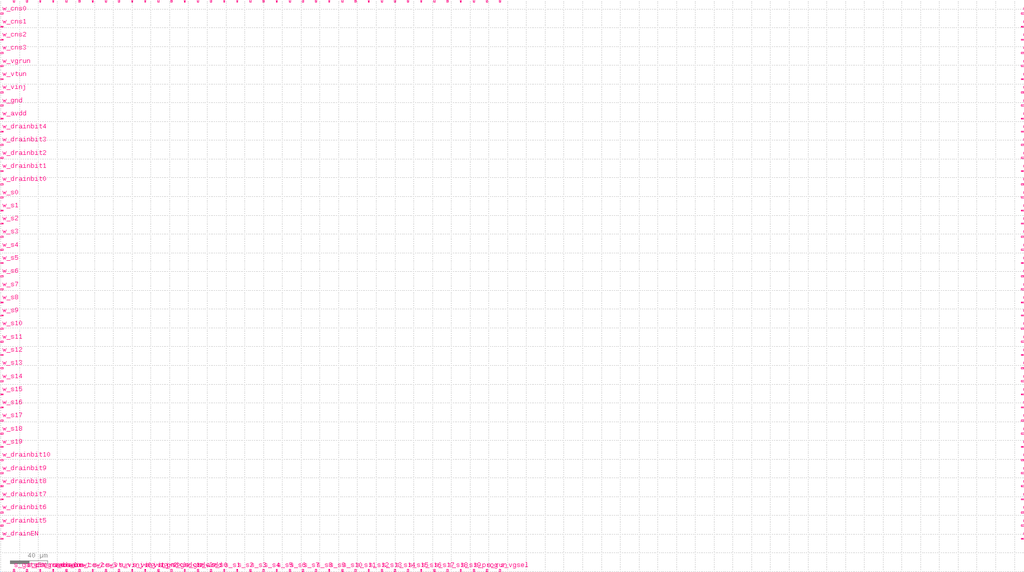
<source format=lef>
VERSION 5.5 ;
NAMESCASESENSITIVE ON ;
BUSBITCHARS "[]" ;
DIVIDERCHAR "/" ;

PROPERTYDEFINITIONS
  LAYER routingPitch REAL ;
END PROPERTYDEFINITIONS

UNITS
  DATABASE MICRONS 1000 ;
END UNITS
MANUFACTURINGGRID 0.01 ;
LAYER POLY1
  TYPE MASTERSLICE ;
END POLY1

LAYER CONT
  TYPE CUT ;
  SPACING 0.4 ;
END CONT

LAYER METAL1
  TYPE ROUTING ;
  DIRECTION HORIZONTAL ;
  PITCH 0 ;
  WIDTH 0.5 ;
  SPACING 0.45 ;
  PROPERTY routingPitch 1.25 ;
END METAL1

LAYER VIA12
  TYPE CUT ;
  SPACING 0.45 ;
END VIA12

LAYER METAL2
  TYPE ROUTING ;
  DIRECTION VERTICAL ;
  PITCH 0 ;
  WIDTH 0.6 ;
  SPACING 0.5 ;
  PROPERTY routingPitch 1.4 ;
END METAL2

LAYER VIA23
  TYPE CUT ;
  SPACING 0.45 ;
END VIA23

LAYER METAL3
  TYPE ROUTING ;
  DIRECTION HORIZONTAL ;
  PITCH 0 ;
  WIDTH 0.6 ;
  SPACING 0.5 ;
  PROPERTY routingPitch 1.25 ;
END METAL3

LAYER VIA34
  TYPE CUT ;
  SPACING 0.45 ;
END VIA34

LAYER METAL4
  TYPE ROUTING ;
  DIRECTION VERTICAL ;
  PITCH 0 ;
  WIDTH 0.6 ;
  SPACING 0.6 ;
  PROPERTY routingPitch 1.4 ;
END METAL4

LAYER OVERLAP
  TYPE OVERLAP ;
END OVERLAP

VIARULE M4_M3 GENERATE
  LAYER METAL3 ;
    ENCLOSURE 0.2 0.2 ;
  LAYER METAL4 ;
    ENCLOSURE 0.15 0.15 ;
  LAYER VIA34 ;
    RECT -0.25 -0.25 0.25 0.25 ;
    SPACING 1 BY 1 ;
END M4_M3

VIARULE M3_M2 GENERATE
  LAYER METAL2 ;
    ENCLOSURE 0.2 0.2 ;
  LAYER METAL3 ;
    ENCLOSURE 0.15 0.15 ;
  LAYER VIA23 ;
    RECT -0.25 -0.25 0.25 0.25 ;
    SPACING 1 BY 1 ;
END M3_M2

VIARULE M2_M1 GENERATE
  LAYER METAL1 ;
    ENCLOSURE 0.2 0.2 ;
  LAYER METAL2 ;
    ENCLOSURE 0.15 0.15 ;
  LAYER VIA12 ;
    RECT -0.25 -0.25 0.25 0.25 ;
    SPACING 1 BY 1 ;
END M2_M1

VIARULE M1_POLY1 GENERATE
  LAYER POLY1 ;
    ENCLOSURE 0.2 0.2 ;
  LAYER METAL1 ;
    ENCLOSURE 0.15 0.15 ;
  LAYER CONT ;
    RECT -0.2 -0.2 0.2 0.2 ;
    SPACING 1 BY 1 ;
END M1_POLY1

VIA M1_POLY1
  LAYER CONT ;
    RECT -0.2 -0.2 0.2 0.2 ;
  LAYER POLY1 ;
    RECT -0.4 -0.4 0.4 0.4 ;
  LAYER METAL1 ;
    RECT -0.35 -0.35 0.35 0.35 ;
END M1_POLY1

VIA M2_M1
  LAYER VIA12 ;
    RECT -0.25 -0.25 0.25 0.25 ;
  LAYER METAL2 ;
    RECT -0.4 -0.4 0.4 0.4 ;
  LAYER METAL1 ;
    RECT -0.45 -0.45 0.45 0.45 ;
END M2_M1

VIA M3_M2
  LAYER VIA23 ;
    RECT -0.25 -0.25 0.25 0.25 ;
  LAYER METAL3 ;
    RECT -0.4 -0.4 0.4 0.4 ;
  LAYER METAL2 ;
    RECT -0.45 -0.45 0.45 0.45 ;
END M3_M2

VIA M4_M3
  LAYER VIA34 ;
    RECT -0.25 -0.25 0.25 0.25 ;
  LAYER METAL4 ;
    RECT -0.4 -0.4 0.4 0.4 ;
  LAYER METAL3 ;
    RECT -0.45 -0.45 0.45 0.45 ;
END M4_M3


MACRO cab2
  PIN n_gateEN
    DIRECTION INOUT ;
    USE SIGNAL ;
    PORT
      LAYER METAL3 ;
        RECT 13.3 607.09 14.7 609.89 ;
    END
  END n_gateEN
  PIN n_programdrain
    DIRECTION INOUT ;
    USE SIGNAL ;
    PORT
      LAYER METAL3 ;
        RECT 27.3 607.09 28.7 609.89 ;
    END
  END n_programdrain
  PIN n_rundrain
    DIRECTION INOUT ;
    USE SIGNAL ;
    PORT
      LAYER METAL3 ;
        RECT 41.3 607.09 42.7 609.89 ;
    END
  END n_rundrain
  PIN n_cew0
    DIRECTION INOUT ;
    USE SIGNAL ;
    PORT
      LAYER METAL3 ;
        RECT 55.3 607.09 56.7 609.89 ;
    END
  END n_cew0
  PIN n_cew1
    DIRECTION INOUT ;
    USE SIGNAL ;
    PORT
      LAYER METAL3 ;
        RECT 69.3 607.09 70.7 609.89 ;
    END
  END n_cew1
  PIN n_cew2
    DIRECTION INOUT ;
    USE SIGNAL ;
    PORT
      LAYER METAL3 ;
        RECT 83.3 607.09 84.7 609.89 ;
    END
  END n_cew2
  PIN n_cew3
    DIRECTION INOUT ;
    USE SIGNAL ;
    PORT
      LAYER METAL3 ;
        RECT 97.3 607.09 98.7 609.89 ;
    END
  END n_cew3
  PIN n_vtun
    DIRECTION INOUT ;
    USE SIGNAL ;
    PORT
      LAYER METAL3 ;
        RECT 111.3 607.09 112.7 609.89 ;
    END
  END n_vtun
  PIN n_vinj<0>
    DIRECTION INOUT ;
    USE SIGNAL ;
    PORT
      LAYER METAL3 ;
        RECT 125.3 607.09 126.7 609.89 ;
    END
  END n_vinj<0>
  PIN n_vinj<1>
    DIRECTION INOUT ;
    USE SIGNAL ;
    PORT
      LAYER METAL3 ;
        RECT 139.3 607.09 140.7 609.89 ;
    END
  END n_vinj<1>
  PIN n_vinj<2>
    DIRECTION INOUT ;
    USE SIGNAL ;
    PORT
      LAYER METAL3 ;
        RECT 153.3 607.09 154.7 609.89 ;
    END
  END n_vinj<2>
  PIN n_gnd<0>
    DIRECTION INOUT ;
    USE SIGNAL ;
    PORT
      LAYER METAL3 ;
        RECT 167.3 607.09 168.7 609.89 ;
    END
  END n_gnd<0>
  PIN n_gnd<1>
    DIRECTION INOUT ;
    USE SIGNAL ;
    PORT
      LAYER METAL3 ;
        RECT 181.3 607.09 182.7 609.89 ;
    END
  END n_gnd<1>
  PIN n_gnd<2>
    DIRECTION INOUT ;
    USE SIGNAL ;
    PORT
      LAYER METAL3 ;
        RECT 195.3 607.09 196.7 609.89 ;
    END
  END n_gnd<2>
  PIN n_avdd
    DIRECTION INOUT ;
    USE SIGNAL ;
    PORT
      LAYER METAL3 ;
        RECT 209.3 607.09 210.7 609.89 ;
    END
  END n_avdd
  PIN n_s0
    DIRECTION INOUT ;
    USE SIGNAL ;
    PORT
      LAYER METAL3 ;
        RECT 223.3 607.09 224.7 609.89 ;
    END
  END n_s0
  PIN n_s1
    DIRECTION INOUT ;
    USE SIGNAL ;
    PORT
      LAYER METAL3 ;
        RECT 237.3 607.09 238.7 609.89 ;
    END
  END n_s1
  PIN n_s2
    DIRECTION INOUT ;
    USE SIGNAL ;
    PORT
      LAYER METAL3 ;
        RECT 251.3 607.09 252.7 609.89 ;
    END
  END n_s2
  PIN n_s3
    DIRECTION INOUT ;
    USE SIGNAL ;
    PORT
      LAYER METAL3 ;
        RECT 265.3 607.09 266.7 609.89 ;
    END
  END n_s3
  PIN n_s4
    DIRECTION INOUT ;
    USE SIGNAL ;
    PORT
      LAYER METAL3 ;
        RECT 279.3 607.09 280.7 609.89 ;
    END
  END n_s4
  PIN n_s5
    DIRECTION INOUT ;
    USE SIGNAL ;
    PORT
      LAYER METAL3 ;
        RECT 293.3 607.09 294.7 609.89 ;
    END
  END n_s5
  PIN n_s6
    DIRECTION INOUT ;
    USE SIGNAL ;
    PORT
      LAYER METAL3 ;
        RECT 307.3 607.09 308.7 609.89 ;
    END
  END n_s6
  PIN n_s7
    DIRECTION INOUT ;
    USE SIGNAL ;
    PORT
      LAYER METAL3 ;
        RECT 321.3 607.09 322.7 609.89 ;
    END
  END n_s7
  PIN n_s8
    DIRECTION INOUT ;
    USE SIGNAL ;
    PORT
      LAYER METAL3 ;
        RECT 335.3 607.09 336.7 609.89 ;
    END
  END n_s8
  PIN n_s9
    DIRECTION INOUT ;
    USE SIGNAL ;
    PORT
      LAYER METAL3 ;
        RECT 349.3 607.09 350.7 609.89 ;
    END
  END n_s9
  PIN n_s10
    DIRECTION INOUT ;
    USE SIGNAL ;
    PORT
      LAYER METAL3 ;
        RECT 363.3 607.09 364.7 609.89 ;
    END
  END n_s10
  PIN n_s11
    DIRECTION INOUT ;
    USE SIGNAL ;
    PORT
      LAYER METAL3 ;
        RECT 377.3 607.09 378.7 609.89 ;
    END
  END n_s11
  PIN n_s12
    DIRECTION INOUT ;
    USE SIGNAL ;
    PORT
      LAYER METAL3 ;
        RECT 391.3 607.09 392.7 609.89 ;
    END
  END n_s12
  PIN n_s13
    DIRECTION INOUT ;
    USE SIGNAL ;
    PORT
      LAYER METAL3 ;
        RECT 405.3 607.09 406.7 609.89 ;
    END
  END n_s13
  PIN n_s14
    DIRECTION INOUT ;
    USE SIGNAL ;
    PORT
      LAYER METAL3 ;
        RECT 419.3 607.09 420.7 609.89 ;
    END
  END n_s14
  PIN n_s15
    DIRECTION INOUT ;
    USE SIGNAL ;
    PORT
      LAYER METAL3 ;
        RECT 433.3 607.09 434.7 609.89 ;
    END
  END n_s15
  PIN n_s16
    DIRECTION INOUT ;
    USE SIGNAL ;
    PORT
      LAYER METAL3 ;
        RECT 447.3 607.09 448.7 609.89 ;
    END
  END n_s16
  PIN n_s17
    DIRECTION INOUT ;
    USE SIGNAL ;
    PORT
      LAYER METAL3 ;
        RECT 461.3 607.09 462.7 609.89 ;
    END
  END n_s17
  PIN n_s18
    DIRECTION INOUT ;
    USE SIGNAL ;
    PORT
      LAYER METAL3 ;
        RECT 475.3 607.09 476.7 609.89 ;
    END
  END n_s18
  PIN n_s19
    DIRECTION INOUT ;
    USE SIGNAL ;
    PORT
      LAYER METAL3 ;
        RECT 489.3 607.09 490.7 609.89 ;
    END
  END n_s19
  PIN n_prog
    DIRECTION INOUT ;
    USE SIGNAL ;
    PORT
      LAYER METAL3 ;
        RECT 503.3 607.09 504.7 609.89 ;
    END
  END n_prog
  PIN n_run
    DIRECTION INOUT ;
    USE SIGNAL ;
    PORT
      LAYER METAL3 ;
        RECT 517.3 607.09 518.7 609.89 ;
    END
  END n_run
  PIN n_vgsel
    DIRECTION INOUT ;
    USE SIGNAL ;
    PORT
      LAYER METAL3 ;
        RECT 531.3 607.09 532.7 609.89 ;
    END
  END n_vgsel
  PIN e_cns0
    DIRECTION INOUT ;
    USE SIGNAL ;
    PORT
      LAYER METAL3 ;
        RECT 1087.36 594.49 1090.16 595.89 ;
    END
  END e_cns0
  PIN e_cns1
    DIRECTION INOUT ;
    USE SIGNAL ;
    PORT
      LAYER METAL3 ;
        RECT 1087.36 580.49 1090.16 581.89 ;
    END
  END e_cns1
  PIN e_cns2
    DIRECTION INOUT ;
    USE SIGNAL ;
    PORT
      LAYER METAL3 ;
        RECT 1087.36 566.49 1090.16 567.89 ;
    END
  END e_cns2
  PIN e_cns3
    DIRECTION INOUT ;
    USE SIGNAL ;
    PORT
      LAYER METAL3 ;
        RECT 1087.36 552.49 1090.16 553.89 ;
    END
  END e_cns3
  PIN e_vgrun
    DIRECTION INOUT ;
    USE SIGNAL ;
    PORT
      LAYER METAL3 ;
        RECT 1087.36 538.49 1090.16 539.89 ;
    END
  END e_vgrun
  PIN e_vtun
    DIRECTION INOUT ;
    USE SIGNAL ;
    PORT
      LAYER METAL3 ;
        RECT 1087.36 524.49 1090.16 525.89 ;
    END
  END e_vtun
  PIN e_vinj
    DIRECTION INOUT ;
    USE SIGNAL ;
    PORT
      LAYER METAL3 ;
        RECT 1087.36 510.49 1090.16 511.89 ;
    END
  END e_vinj
  PIN e_gnd
    DIRECTION INOUT ;
    USE SIGNAL ;
    PORT
      LAYER METAL3 ;
        RECT 1087.36 496.49 1090.16 497.89 ;
    END
  END e_gnd
  PIN e_avdd
    DIRECTION INOUT ;
    USE SIGNAL ;
    PORT
      LAYER METAL3 ;
        RECT 1087.36 482.49 1090.16 483.89 ;
    END
  END e_avdd
  PIN e_drainbit4
    DIRECTION INOUT ;
    USE SIGNAL ;
    PORT
      LAYER METAL3 ;
        RECT 1087.36 468.49 1090.16 469.89 ;
    END
  END e_drainbit4
  PIN e_drainbit3
    DIRECTION INOUT ;
    USE SIGNAL ;
    PORT
      LAYER METAL3 ;
        RECT 1087.36 454.49 1090.16 455.89 ;
    END
  END e_drainbit3
  PIN e_drainbit2
    DIRECTION INOUT ;
    USE SIGNAL ;
    PORT
      LAYER METAL3 ;
        RECT 1087.36 440.49 1090.16 441.89 ;
    END
  END e_drainbit2
  PIN e_drainbit1
    DIRECTION INOUT ;
    USE SIGNAL ;
    PORT
      LAYER METAL3 ;
        RECT 1087.36 426.49 1090.16 427.89 ;
    END
  END e_drainbit1
  PIN e_drainbit0
    DIRECTION INOUT ;
    USE SIGNAL ;
    PORT
      LAYER METAL3 ;
        RECT 1087.36 412.49 1090.16 413.89 ;
    END
  END e_drainbit0
  PIN e_s0
    DIRECTION INOUT ;
    USE SIGNAL ;
    PORT
      LAYER METAL3 ;
        RECT 1087.36 398.49 1090.16 399.89 ;
    END
  END e_s0
  PIN e_s1
    DIRECTION INOUT ;
    USE SIGNAL ;
    PORT
      LAYER METAL3 ;
        RECT 1087.36 384.49 1090.16 385.89 ;
    END
  END e_s1
  PIN e_s2
    DIRECTION INOUT ;
    USE SIGNAL ;
    PORT
      LAYER METAL3 ;
        RECT 1087.36 370.49 1090.16 371.89 ;
    END
  END e_s2
  PIN e_s3
    DIRECTION INOUT ;
    USE SIGNAL ;
    PORT
      LAYER METAL3 ;
        RECT 1087.36 356.49 1090.16 357.89 ;
    END
  END e_s3
  PIN e_s4
    DIRECTION INOUT ;
    USE SIGNAL ;
    PORT
      LAYER METAL3 ;
        RECT 1087.36 342.49 1090.16 343.89 ;
    END
  END e_s4
  PIN e_s5
    DIRECTION INOUT ;
    USE SIGNAL ;
    PORT
      LAYER METAL3 ;
        RECT 1087.36 328.49 1090.16 329.89 ;
    END
  END e_s5
  PIN e_s6
    DIRECTION INOUT ;
    USE SIGNAL ;
    PORT
      LAYER METAL3 ;
        RECT 1087.36 314.49 1090.16 315.89 ;
    END
  END e_s6
  PIN e_s7
    DIRECTION INOUT ;
    USE SIGNAL ;
    PORT
      LAYER METAL3 ;
        RECT 1087.36 300.49 1090.16 301.89 ;
    END
  END e_s7
  PIN e_s8
    DIRECTION INOUT ;
    USE SIGNAL ;
    PORT
      LAYER METAL3 ;
        RECT 1087.36 286.49 1090.16 287.89 ;
    END
  END e_s8
  PIN e_s9
    DIRECTION INOUT ;
    USE SIGNAL ;
    PORT
      LAYER METAL3 ;
        RECT 1087.36 272.49 1090.16 273.89 ;
    END
  END e_s9
  PIN e_s10
    DIRECTION INOUT ;
    USE SIGNAL ;
    PORT
      LAYER METAL3 ;
        RECT 1087.36 258.49 1090.16 259.89 ;
    END
  END e_s10
  PIN e_s11
    DIRECTION INOUT ;
    USE SIGNAL ;
    PORT
      LAYER METAL3 ;
        RECT 1087.36 244.49 1090.16 245.89 ;
    END
  END e_s11
  PIN e_s12
    DIRECTION INOUT ;
    USE SIGNAL ;
    PORT
      LAYER METAL3 ;
        RECT 1087.36 230.49 1090.16 231.89 ;
    END
  END e_s12
  PIN e_s13
    DIRECTION INOUT ;
    USE SIGNAL ;
    PORT
      LAYER METAL3 ;
        RECT 1087.36 216.49 1090.16 217.89 ;
    END
  END e_s13
  PIN e_s14
    DIRECTION INOUT ;
    USE SIGNAL ;
    PORT
      LAYER METAL3 ;
        RECT 1087.36 202.49 1090.16 203.89 ;
    END
  END e_s14
  PIN e_s15
    DIRECTION INOUT ;
    USE SIGNAL ;
    PORT
      LAYER METAL3 ;
        RECT 1087.36 188.49 1090.16 189.89 ;
    END
  END e_s15
  PIN e_s16
    DIRECTION INOUT ;
    USE SIGNAL ;
    PORT
      LAYER METAL3 ;
        RECT 1087.36 174.49 1090.16 175.89 ;
    END
  END e_s16
  PIN e_s17
    DIRECTION INOUT ;
    USE SIGNAL ;
    PORT
      LAYER METAL3 ;
        RECT 1087.36 160.49 1090.16 161.89 ;
    END
  END e_s17
  PIN e_s18
    DIRECTION INOUT ;
    USE SIGNAL ;
    PORT
      LAYER METAL3 ;
        RECT 1087.36 146.49 1090.16 147.89 ;
    END
  END e_s18
  PIN e_s19
    DIRECTION INOUT ;
    USE SIGNAL ;
    PORT
      LAYER METAL3 ;
        RECT 1087.36 132.49 1090.16 133.89 ;
    END
  END e_s19
  PIN e_drainbit10
    DIRECTION INOUT ;
    USE SIGNAL ;
    PORT
      LAYER METAL3 ;
        RECT 1087.36 118.49 1090.16 119.89 ;
    END
  END e_drainbit10
  PIN e_drainbit9
    DIRECTION INOUT ;
    USE SIGNAL ;
    PORT
      LAYER METAL3 ;
        RECT 1087.36 104.49 1090.16 105.89 ;
    END
  END e_drainbit9
  PIN e_drainbit8
    DIRECTION INOUT ;
    USE SIGNAL ;
    PORT
      LAYER METAL3 ;
        RECT 1087.36 90.49 1090.16 91.89 ;
    END
  END e_drainbit8
  PIN e_drainbit7
    DIRECTION INOUT ;
    USE SIGNAL ;
    PORT
      LAYER METAL3 ;
        RECT 1087.36 76.49 1090.16 77.89 ;
    END
  END e_drainbit7
  PIN e_drainbit6
    DIRECTION INOUT ;
    USE SIGNAL ;
    PORT
      LAYER METAL3 ;
        RECT 1087.36 62.49 1090.16 63.89 ;
    END
  END e_drainbit6
  PIN e_drainbit5
    DIRECTION INOUT ;
    USE SIGNAL ;
    PORT
      LAYER METAL3 ;
        RECT 1087.36 48.49 1090.16 49.89 ;
    END
  END e_drainbit5
  PIN e_drainEN
    DIRECTION INOUT ;
    USE SIGNAL ;
    PORT
      LAYER METAL3 ;
        RECT 1087.36 34.49 1090.16 35.89 ;
    END
  END e_drainEN
  PIN s_gateEN
    DIRECTION INOUT ;
    USE SIGNAL ;
    PORT
      LAYER METAL3 ;
        RECT 13.3 0.0 14.7 2.8 ;
    END
  END s_gateEN
  PIN s_programdrain
    DIRECTION INOUT ;
    USE SIGNAL ;
    PORT
      LAYER METAL3 ;
        RECT 27.3 0.0 28.7 2.8 ;
    END
  END s_programdrain
  PIN s_rundrain
    DIRECTION INOUT ;
    USE SIGNAL ;
    PORT
      LAYER METAL3 ;
        RECT 41.3 0.0 42.7 2.8 ;
    END
  END s_rundrain
  PIN s_cew0
    DIRECTION INOUT ;
    USE SIGNAL ;
    PORT
      LAYER METAL3 ;
        RECT 55.3 0.0 56.7 2.8 ;
    END
  END s_cew0
  PIN s_cew1
    DIRECTION INOUT ;
    USE SIGNAL ;
    PORT
      LAYER METAL3 ;
        RECT 69.3 0.0 70.7 2.8 ;
    END
  END s_cew1
  PIN s_cew2
    DIRECTION INOUT ;
    USE SIGNAL ;
    PORT
      LAYER METAL3 ;
        RECT 83.3 0.0 84.7 2.8 ;
    END
  END s_cew2
  PIN s_cew3
    DIRECTION INOUT ;
    USE SIGNAL ;
    PORT
      LAYER METAL3 ;
        RECT 97.3 0.0 98.7 2.8 ;
    END
  END s_cew3
  PIN s_vtun
    DIRECTION INOUT ;
    USE SIGNAL ;
    PORT
      LAYER METAL3 ;
        RECT 111.3 0.0 112.7 2.8 ;
    END
  END s_vtun
  PIN s_vinj<0>
    DIRECTION INOUT ;
    USE SIGNAL ;
    PORT
      LAYER METAL3 ;
        RECT 125.3 0.0 126.7 2.8 ;
    END
  END s_vinj<0>
  PIN s_vinj<1>
    DIRECTION INOUT ;
    USE SIGNAL ;
    PORT
      LAYER METAL3 ;
        RECT 139.3 0.0 140.7 2.8 ;
    END
  END s_vinj<1>
  PIN s_vinj<2>
    DIRECTION INOUT ;
    USE SIGNAL ;
    PORT
      LAYER METAL3 ;
        RECT 153.3 0.0 154.7 2.8 ;
    END
  END s_vinj<2>
  PIN s_gnd<0>
    DIRECTION INOUT ;
    USE SIGNAL ;
    PORT
      LAYER METAL3 ;
        RECT 167.3 0.0 168.7 2.8 ;
    END
  END s_gnd<0>
  PIN s_gnd<1>
    DIRECTION INOUT ;
    USE SIGNAL ;
    PORT
      LAYER METAL3 ;
        RECT 181.3 0.0 182.7 2.8 ;
    END
  END s_gnd<1>
  PIN s_gnd<2>
    DIRECTION INOUT ;
    USE SIGNAL ;
    PORT
      LAYER METAL3 ;
        RECT 195.3 0.0 196.7 2.8 ;
    END
  END s_gnd<2>
  PIN s_avdd
    DIRECTION INOUT ;
    USE SIGNAL ;
    PORT
      LAYER METAL3 ;
        RECT 209.3 0.0 210.7 2.8 ;
    END
  END s_avdd
  PIN s_s0
    DIRECTION INOUT ;
    USE SIGNAL ;
    PORT
      LAYER METAL3 ;
        RECT 223.3 0.0 224.7 2.8 ;
    END
  END s_s0
  PIN s_s1
    DIRECTION INOUT ;
    USE SIGNAL ;
    PORT
      LAYER METAL3 ;
        RECT 237.3 0.0 238.7 2.8 ;
    END
  END s_s1
  PIN s_s2
    DIRECTION INOUT ;
    USE SIGNAL ;
    PORT
      LAYER METAL3 ;
        RECT 251.3 0.0 252.7 2.8 ;
    END
  END s_s2
  PIN s_s3
    DIRECTION INOUT ;
    USE SIGNAL ;
    PORT
      LAYER METAL3 ;
        RECT 265.3 0.0 266.7 2.8 ;
    END
  END s_s3
  PIN s_s4
    DIRECTION INOUT ;
    USE SIGNAL ;
    PORT
      LAYER METAL3 ;
        RECT 279.3 0.0 280.7 2.8 ;
    END
  END s_s4
  PIN s_s5
    DIRECTION INOUT ;
    USE SIGNAL ;
    PORT
      LAYER METAL3 ;
        RECT 293.3 0.0 294.7 2.8 ;
    END
  END s_s5
  PIN s_s6
    DIRECTION INOUT ;
    USE SIGNAL ;
    PORT
      LAYER METAL3 ;
        RECT 307.3 0.0 308.7 2.8 ;
    END
  END s_s6
  PIN s_s7
    DIRECTION INOUT ;
    USE SIGNAL ;
    PORT
      LAYER METAL3 ;
        RECT 321.3 0.0 322.7 2.8 ;
    END
  END s_s7
  PIN s_s8
    DIRECTION INOUT ;
    USE SIGNAL ;
    PORT
      LAYER METAL3 ;
        RECT 335.3 0.0 336.7 2.8 ;
    END
  END s_s8
  PIN s_s9
    DIRECTION INOUT ;
    USE SIGNAL ;
    PORT
      LAYER METAL3 ;
        RECT 349.3 0.0 350.7 2.8 ;
    END
  END s_s9
  PIN s_s10
    DIRECTION INOUT ;
    USE SIGNAL ;
    PORT
      LAYER METAL3 ;
        RECT 363.3 0.0 364.7 2.8 ;
    END
  END s_s10
  PIN s_s11
    DIRECTION INOUT ;
    USE SIGNAL ;
    PORT
      LAYER METAL3 ;
        RECT 377.3 0.0 378.7 2.8 ;
    END
  END s_s11
  PIN s_s12
    DIRECTION INOUT ;
    USE SIGNAL ;
    PORT
      LAYER METAL3 ;
        RECT 391.3 0.0 392.7 2.8 ;
    END
  END s_s12
  PIN s_s13
    DIRECTION INOUT ;
    USE SIGNAL ;
    PORT
      LAYER METAL3 ;
        RECT 405.3 0.0 406.7 2.8 ;
    END
  END s_s13
  PIN s_s14
    DIRECTION INOUT ;
    USE SIGNAL ;
    PORT
      LAYER METAL3 ;
        RECT 419.3 0.0 420.7 2.8 ;
    END
  END s_s14
  PIN s_s15
    DIRECTION INOUT ;
    USE SIGNAL ;
    PORT
      LAYER METAL3 ;
        RECT 433.3 0.0 434.7 2.8 ;
    END
  END s_s15
  PIN s_s16
    DIRECTION INOUT ;
    USE SIGNAL ;
    PORT
      LAYER METAL3 ;
        RECT 447.3 0.0 448.7 2.8 ;
    END
  END s_s16
  PIN s_s17
    DIRECTION INOUT ;
    USE SIGNAL ;
    PORT
      LAYER METAL3 ;
        RECT 461.3 0.0 462.7 2.8 ;
    END
  END s_s17
  PIN s_s18
    DIRECTION INOUT ;
    USE SIGNAL ;
    PORT
      LAYER METAL3 ;
        RECT 475.3 0.0 476.7 2.8 ;
    END
  END s_s18
  PIN s_s19
    DIRECTION INOUT ;
    USE SIGNAL ;
    PORT
      LAYER METAL3 ;
        RECT 489.3 0.0 490.7 2.8 ;
    END
  END s_s19
  PIN s_prog
    DIRECTION INOUT ;
    USE SIGNAL ;
    PORT
      LAYER METAL3 ;
        RECT 503.3 0.0 504.7 2.8 ;
    END
  END s_prog
  PIN s_run
    DIRECTION INOUT ;
    USE SIGNAL ;
    PORT
      LAYER METAL3 ;
        RECT 517.3 0.0 518.7 2.8 ;
    END
  END s_run
  PIN s_vgsel
    DIRECTION INOUT ;
    USE SIGNAL ;
    PORT
      LAYER METAL3 ;
        RECT 531.3 0.0 532.7 2.8 ;
    END
  END s_vgsel
  PIN w_cns0
    DIRECTION INOUT ;
    USE SIGNAL ;
    PORT
      LAYER METAL3 ;
        RECT 0.0 594.49 2.8 595.89 ;
    END
  END w_cns0
  PIN w_cns1
    DIRECTION INOUT ;
    USE SIGNAL ;
    PORT
      LAYER METAL3 ;
        RECT 0.0 580.49 2.8 581.89 ;
    END
  END w_cns1
  PIN w_cns2
    DIRECTION INOUT ;
    USE SIGNAL ;
    PORT
      LAYER METAL3 ;
        RECT 0.0 566.49 2.8 567.89 ;
    END
  END w_cns2
  PIN w_cns3
    DIRECTION INOUT ;
    USE SIGNAL ;
    PORT
      LAYER METAL3 ;
        RECT 0.0 552.49 2.8 553.89 ;
    END
  END w_cns3
  PIN w_vgrun
    DIRECTION INOUT ;
    USE SIGNAL ;
    PORT
      LAYER METAL3 ;
        RECT 0.0 538.49 2.8 539.89 ;
    END
  END w_vgrun
  PIN w_vtun
    DIRECTION INOUT ;
    USE SIGNAL ;
    PORT
      LAYER METAL3 ;
        RECT 0.0 524.49 2.8 525.89 ;
    END
  END w_vtun
  PIN w_vinj
    DIRECTION INOUT ;
    USE SIGNAL ;
    PORT
      LAYER METAL3 ;
        RECT 0.0 510.49 2.8 511.89 ;
    END
  END w_vinj
  PIN w_gnd
    DIRECTION INOUT ;
    USE SIGNAL ;
    PORT
      LAYER METAL3 ;
        RECT 0.0 496.49 2.8 497.89 ;
    END
  END w_gnd
  PIN w_avdd
    DIRECTION INOUT ;
    USE SIGNAL ;
    PORT
      LAYER METAL3 ;
        RECT 0.0 482.49 2.8 483.89 ;
    END
  END w_avdd
  PIN w_drainbit4
    DIRECTION INOUT ;
    USE SIGNAL ;
    PORT
      LAYER METAL3 ;
        RECT 0.0 468.49 2.8 469.89 ;
    END
  END w_drainbit4
  PIN w_drainbit3
    DIRECTION INOUT ;
    USE SIGNAL ;
    PORT
      LAYER METAL3 ;
        RECT 0.0 454.49 2.8 455.89 ;
    END
  END w_drainbit3
  PIN w_drainbit2
    DIRECTION INOUT ;
    USE SIGNAL ;
    PORT
      LAYER METAL3 ;
        RECT 0.0 440.49 2.8 441.89 ;
    END
  END w_drainbit2
  PIN w_drainbit1
    DIRECTION INOUT ;
    USE SIGNAL ;
    PORT
      LAYER METAL3 ;
        RECT 0.0 426.49 2.8 427.89 ;
    END
  END w_drainbit1
  PIN w_drainbit0
    DIRECTION INOUT ;
    USE SIGNAL ;
    PORT
      LAYER METAL3 ;
        RECT 0.0 412.49 2.8 413.89 ;
    END
  END w_drainbit0
  PIN w_s0
    DIRECTION INOUT ;
    USE SIGNAL ;
    PORT
      LAYER METAL3 ;
        RECT 0.0 398.49 2.8 399.89 ;
    END
  END w_s0
  PIN w_s1
    DIRECTION INOUT ;
    USE SIGNAL ;
    PORT
      LAYER METAL3 ;
        RECT 0.0 384.49 2.8 385.89 ;
    END
  END w_s1
  PIN w_s2
    DIRECTION INOUT ;
    USE SIGNAL ;
    PORT
      LAYER METAL3 ;
        RECT 0.0 370.49 2.8 371.89 ;
    END
  END w_s2
  PIN w_s3
    DIRECTION INOUT ;
    USE SIGNAL ;
    PORT
      LAYER METAL3 ;
        RECT 0.0 356.49 2.8 357.89 ;
    END
  END w_s3
  PIN w_s4
    DIRECTION INOUT ;
    USE SIGNAL ;
    PORT
      LAYER METAL3 ;
        RECT 0.0 342.49 2.8 343.89 ;
    END
  END w_s4
  PIN w_s5
    DIRECTION INOUT ;
    USE SIGNAL ;
    PORT
      LAYER METAL3 ;
        RECT 0.0 328.49 2.8 329.89 ;
    END
  END w_s5
  PIN w_s6
    DIRECTION INOUT ;
    USE SIGNAL ;
    PORT
      LAYER METAL3 ;
        RECT 0.0 314.49 2.8 315.89 ;
    END
  END w_s6
  PIN w_s7
    DIRECTION INOUT ;
    USE SIGNAL ;
    PORT
      LAYER METAL3 ;
        RECT 0.0 300.49 2.8 301.89 ;
    END
  END w_s7
  PIN w_s8
    DIRECTION INOUT ;
    USE SIGNAL ;
    PORT
      LAYER METAL3 ;
        RECT 0.0 286.49 2.8 287.89 ;
    END
  END w_s8
  PIN w_s9
    DIRECTION INOUT ;
    USE SIGNAL ;
    PORT
      LAYER METAL3 ;
        RECT 0.0 272.49 2.8 273.89 ;
    END
  END w_s9
  PIN w_s10
    DIRECTION INOUT ;
    USE SIGNAL ;
    PORT
      LAYER METAL3 ;
        RECT 0.0 258.49 2.8 259.89 ;
    END
  END w_s10
  PIN w_s11
    DIRECTION INOUT ;
    USE SIGNAL ;
    PORT
      LAYER METAL3 ;
        RECT 0.0 244.49 2.8 245.89 ;
    END
  END w_s11
  PIN w_s12
    DIRECTION INOUT ;
    USE SIGNAL ;
    PORT
      LAYER METAL3 ;
        RECT 0.0 230.49 2.8 231.89 ;
    END
  END w_s12
  PIN w_s13
    DIRECTION INOUT ;
    USE SIGNAL ;
    PORT
      LAYER METAL3 ;
        RECT 0.0 216.49 2.8 217.89 ;
    END
  END w_s13
  PIN w_s14
    DIRECTION INOUT ;
    USE SIGNAL ;
    PORT
      LAYER METAL3 ;
        RECT 0.0 202.49 2.8 203.89 ;
    END
  END w_s14
  PIN w_s15
    DIRECTION INOUT ;
    USE SIGNAL ;
    PORT
      LAYER METAL3 ;
        RECT 0.0 188.49 2.8 189.89 ;
    END
  END w_s15
  PIN w_s16
    DIRECTION INOUT ;
    USE SIGNAL ;
    PORT
      LAYER METAL3 ;
        RECT 0.0 174.49 2.8 175.89 ;
    END
  END w_s16
  PIN w_s17
    DIRECTION INOUT ;
    USE SIGNAL ;
    PORT
      LAYER METAL3 ;
        RECT 0.0 160.49 2.8 161.89 ;
    END
  END w_s17
  PIN w_s18
    DIRECTION INOUT ;
    USE SIGNAL ;
    PORT
      LAYER METAL3 ;
        RECT 0.0 146.49 2.8 147.89 ;
    END
  END w_s18
  PIN w_s19
    DIRECTION INOUT ;
    USE SIGNAL ;
    PORT
      LAYER METAL3 ;
        RECT 0.0 132.49 2.8 133.89 ;
    END
  END w_s19
  PIN w_drainbit10
    DIRECTION INOUT ;
    USE SIGNAL ;
    PORT
      LAYER METAL3 ;
        RECT 0.0 118.49 2.8 119.89 ;
    END
  END w_drainbit10
  PIN w_drainbit9
    DIRECTION INOUT ;
    USE SIGNAL ;
    PORT
      LAYER METAL3 ;
        RECT 0.0 104.49 2.8 105.89 ;
    END
  END w_drainbit9
  PIN w_drainbit8
    DIRECTION INOUT ;
    USE SIGNAL ;
    PORT
      LAYER METAL3 ;
        RECT 0.0 90.49 2.8 91.89 ;
    END
  END w_drainbit8
  PIN w_drainbit7
    DIRECTION INOUT ;
    USE SIGNAL ;
    PORT
      LAYER METAL3 ;
        RECT 0.0 76.49 2.8 77.89 ;
    END
  END w_drainbit7
  PIN w_drainbit6
    DIRECTION INOUT ;
    USE SIGNAL ;
    PORT
      LAYER METAL3 ;
        RECT 0.0 62.49 2.8 63.89 ;
    END
  END w_drainbit6
  PIN w_drainbit5
    DIRECTION INOUT ;
    USE SIGNAL ;
    PORT
      LAYER METAL3 ;
        RECT 0.0 48.49 2.8 49.89 ;
    END
  END w_drainbit5
  PIN w_drainEN
    DIRECTION INOUT ;
    USE SIGNAL ;
    PORT
      LAYER METAL3 ;
        RECT 0.0 34.49 2.8 35.89 ;
    END
  END w_drainEN
END cab2

MACRO cab1
  PIN n_gateEN
    DIRECTION INOUT ;
    USE SIGNAL ;
    PORT
      LAYER METAL3 ;
        RECT 13.3 564.59 14.7 567.39 ;
    END
  END n_gateEN
  PIN n_programdrain
    DIRECTION INOUT ;
    USE SIGNAL ;
    PORT
      LAYER METAL3 ;
        RECT 27.3 564.59 28.7 567.39 ;
    END
  END n_programdrain
  PIN n_rundrain
    DIRECTION INOUT ;
    USE SIGNAL ;
    PORT
      LAYER METAL3 ;
        RECT 41.3 564.59 42.7 567.39 ;
    END
  END n_rundrain
  PIN n_cew0
    DIRECTION INOUT ;
    USE SIGNAL ;
    PORT
      LAYER METAL3 ;
        RECT 55.3 564.59 56.7 567.39 ;
    END
  END n_cew0
  PIN n_cew1
    DIRECTION INOUT ;
    USE SIGNAL ;
    PORT
      LAYER METAL3 ;
        RECT 69.3 564.59 70.7 567.39 ;
    END
  END n_cew1
  PIN n_cew2
    DIRECTION INOUT ;
    USE SIGNAL ;
    PORT
      LAYER METAL3 ;
        RECT 83.3 564.59 84.7 567.39 ;
    END
  END n_cew2
  PIN n_cew3
    DIRECTION INOUT ;
    USE SIGNAL ;
    PORT
      LAYER METAL3 ;
        RECT 97.3 564.59 98.7 567.39 ;
    END
  END n_cew3
  PIN n_vtun
    DIRECTION INOUT ;
    USE SIGNAL ;
    PORT
      LAYER METAL3 ;
        RECT 111.3 564.59 112.7 567.39 ;
    END
  END n_vtun
  PIN n_vinj<0>
    DIRECTION INOUT ;
    USE SIGNAL ;
    PORT
      LAYER METAL3 ;
        RECT 125.3 564.59 126.7 567.39 ;
    END
  END n_vinj<0>
  PIN n_vinj<1>
    DIRECTION INOUT ;
    USE SIGNAL ;
    PORT
      LAYER METAL3 ;
        RECT 139.3 564.59 140.7 567.39 ;
    END
  END n_vinj<1>
  PIN n_vinj<2>
    DIRECTION INOUT ;
    USE SIGNAL ;
    PORT
      LAYER METAL3 ;
        RECT 153.3 564.59 154.7 567.39 ;
    END
  END n_vinj<2>
  PIN n_gnd<0>
    DIRECTION INOUT ;
    USE SIGNAL ;
    PORT
      LAYER METAL3 ;
        RECT 167.3 564.59 168.7 567.39 ;
    END
  END n_gnd<0>
  PIN n_gnd<1>
    DIRECTION INOUT ;
    USE SIGNAL ;
    PORT
      LAYER METAL3 ;
        RECT 181.3 564.59 182.7 567.39 ;
    END
  END n_gnd<1>
  PIN n_gnd<2>
    DIRECTION INOUT ;
    USE SIGNAL ;
    PORT
      LAYER METAL3 ;
        RECT 195.3 564.59 196.7 567.39 ;
    END
  END n_gnd<2>
  PIN n_avdd
    DIRECTION INOUT ;
    USE SIGNAL ;
    PORT
      LAYER METAL3 ;
        RECT 209.3 564.59 210.7 567.39 ;
    END
  END n_avdd
  PIN n_s0
    DIRECTION INOUT ;
    USE SIGNAL ;
    PORT
      LAYER METAL3 ;
        RECT 223.3 564.59 224.7 567.39 ;
    END
  END n_s0
  PIN n_s1
    DIRECTION INOUT ;
    USE SIGNAL ;
    PORT
      LAYER METAL3 ;
        RECT 237.3 564.59 238.7 567.39 ;
    END
  END n_s1
  PIN n_s2
    DIRECTION INOUT ;
    USE SIGNAL ;
    PORT
      LAYER METAL3 ;
        RECT 251.3 564.59 252.7 567.39 ;
    END
  END n_s2
  PIN n_s3
    DIRECTION INOUT ;
    USE SIGNAL ;
    PORT
      LAYER METAL3 ;
        RECT 265.3 564.59 266.7 567.39 ;
    END
  END n_s3
  PIN n_s4
    DIRECTION INOUT ;
    USE SIGNAL ;
    PORT
      LAYER METAL3 ;
        RECT 279.3 564.59 280.7 567.39 ;
    END
  END n_s4
  PIN n_s5
    DIRECTION INOUT ;
    USE SIGNAL ;
    PORT
      LAYER METAL3 ;
        RECT 293.3 564.59 294.7 567.39 ;
    END
  END n_s5
  PIN n_s6
    DIRECTION INOUT ;
    USE SIGNAL ;
    PORT
      LAYER METAL3 ;
        RECT 307.3 564.59 308.7 567.39 ;
    END
  END n_s6
  PIN n_s7
    DIRECTION INOUT ;
    USE SIGNAL ;
    PORT
      LAYER METAL3 ;
        RECT 321.3 564.59 322.7 567.39 ;
    END
  END n_s7
  PIN n_s8
    DIRECTION INOUT ;
    USE SIGNAL ;
    PORT
      LAYER METAL3 ;
        RECT 335.3 564.59 336.7 567.39 ;
    END
  END n_s8
  PIN n_s9
    DIRECTION INOUT ;
    USE SIGNAL ;
    PORT
      LAYER METAL3 ;
        RECT 349.3 564.59 350.7 567.39 ;
    END
  END n_s9
  PIN n_s10
    DIRECTION INOUT ;
    USE SIGNAL ;
    PORT
      LAYER METAL3 ;
        RECT 363.3 564.59 364.7 567.39 ;
    END
  END n_s10
  PIN n_s11
    DIRECTION INOUT ;
    USE SIGNAL ;
    PORT
      LAYER METAL3 ;
        RECT 377.3 564.59 378.7 567.39 ;
    END
  END n_s11
  PIN n_prog
    DIRECTION INOUT ;
    USE SIGNAL ;
    PORT
      LAYER METAL3 ;
        RECT 391.3 564.59 392.7 567.39 ;
    END
  END n_prog
  PIN n_run
    DIRECTION INOUT ;
    USE SIGNAL ;
    PORT
      LAYER METAL3 ;
        RECT 405.3 564.59 406.7 567.39 ;
    END
  END n_run
  PIN n_vgsel
    DIRECTION INOUT ;
    USE SIGNAL ;
    PORT
      LAYER METAL3 ;
        RECT 419.3 564.59 420.7 567.39 ;
    END
  END n_vgsel
  PIN e_cns0
    DIRECTION INOUT ;
    USE SIGNAL ;
    PORT
      LAYER METAL3 ;
        RECT 872.65 551.99 875.45 553.39 ;
    END
  END e_cns0
  PIN e_cns1
    DIRECTION INOUT ;
    USE SIGNAL ;
    PORT
      LAYER METAL3 ;
        RECT 872.65 537.99 875.45 539.39 ;
    END
  END e_cns1
  PIN e_cns2
    DIRECTION INOUT ;
    USE SIGNAL ;
    PORT
      LAYER METAL3 ;
        RECT 872.65 523.99 875.45 525.39 ;
    END
  END e_cns2
  PIN e_cns3
    DIRECTION INOUT ;
    USE SIGNAL ;
    PORT
      LAYER METAL3 ;
        RECT 872.65 509.99 875.45 511.39 ;
    END
  END e_cns3
  PIN e_vgrun
    DIRECTION INOUT ;
    USE SIGNAL ;
    PORT
      LAYER METAL3 ;
        RECT 872.65 495.99 875.45 497.39 ;
    END
  END e_vgrun
  PIN e_vtun
    DIRECTION INOUT ;
    USE SIGNAL ;
    PORT
      LAYER METAL3 ;
        RECT 872.65 481.99 875.45 483.39 ;
    END
  END e_vtun
  PIN e_vinj
    DIRECTION INOUT ;
    USE SIGNAL ;
    PORT
      LAYER METAL3 ;
        RECT 872.65 467.99 875.45 469.39 ;
    END
  END e_vinj
  PIN e_gnd
    DIRECTION INOUT ;
    USE SIGNAL ;
    PORT
      LAYER METAL3 ;
        RECT 872.65 453.99 875.45 455.39 ;
    END
  END e_gnd
  PIN e_avdd
    DIRECTION INOUT ;
    USE SIGNAL ;
    PORT
      LAYER METAL3 ;
        RECT 872.65 439.99 875.45 441.39 ;
    END
  END e_avdd
  PIN e_drainbit3
    DIRECTION INOUT ;
    USE SIGNAL ;
    PORT
      LAYER METAL3 ;
        RECT 872.65 425.99 875.45 427.39 ;
    END
  END e_drainbit3
  PIN e_drainbit2
    DIRECTION INOUT ;
    USE SIGNAL ;
    PORT
      LAYER METAL3 ;
        RECT 872.65 411.99 875.45 413.39 ;
    END
  END e_drainbit2
  PIN e_drainbit1
    DIRECTION INOUT ;
    USE SIGNAL ;
    PORT
      LAYER METAL3 ;
        RECT 872.65 397.99 875.45 399.39 ;
    END
  END e_drainbit1
  PIN e_drainbit0
    DIRECTION INOUT ;
    USE SIGNAL ;
    PORT
      LAYER METAL3 ;
        RECT 872.65 383.99 875.45 385.39 ;
    END
  END e_drainbit0
  PIN e_s0
    DIRECTION INOUT ;
    USE SIGNAL ;
    PORT
      LAYER METAL3 ;
        RECT 872.65 369.99 875.45 371.39 ;
    END
  END e_s0
  PIN e_s1
    DIRECTION INOUT ;
    USE SIGNAL ;
    PORT
      LAYER METAL3 ;
        RECT 872.65 355.99 875.45 357.39 ;
    END
  END e_s1
  PIN e_s2
    DIRECTION INOUT ;
    USE SIGNAL ;
    PORT
      LAYER METAL3 ;
        RECT 872.65 341.99 875.45 343.39 ;
    END
  END e_s2
  PIN e_s3
    DIRECTION INOUT ;
    USE SIGNAL ;
    PORT
      LAYER METAL3 ;
        RECT 872.65 327.99 875.45 329.39 ;
    END
  END e_s3
  PIN e_s4
    DIRECTION INOUT ;
    USE SIGNAL ;
    PORT
      LAYER METAL3 ;
        RECT 872.65 313.99 875.45 315.39 ;
    END
  END e_s4
  PIN e_s5
    DIRECTION INOUT ;
    USE SIGNAL ;
    PORT
      LAYER METAL3 ;
        RECT 872.65 299.99 875.45 301.39 ;
    END
  END e_s5
  PIN e_s6
    DIRECTION INOUT ;
    USE SIGNAL ;
    PORT
      LAYER METAL3 ;
        RECT 872.65 285.99 875.45 287.39 ;
    END
  END e_s6
  PIN e_s7
    DIRECTION INOUT ;
    USE SIGNAL ;
    PORT
      LAYER METAL3 ;
        RECT 872.65 271.99 875.45 273.39 ;
    END
  END e_s7
  PIN e_s8
    DIRECTION INOUT ;
    USE SIGNAL ;
    PORT
      LAYER METAL3 ;
        RECT 872.65 257.99 875.45 259.39 ;
    END
  END e_s8
  PIN e_s9
    DIRECTION INOUT ;
    USE SIGNAL ;
    PORT
      LAYER METAL3 ;
        RECT 872.65 243.99 875.45 245.39 ;
    END
  END e_s9
  PIN e_s10
    DIRECTION INOUT ;
    USE SIGNAL ;
    PORT
      LAYER METAL3 ;
        RECT 872.65 229.99 875.45 231.39 ;
    END
  END e_s10
  PIN e_s11
    DIRECTION INOUT ;
    USE SIGNAL ;
    PORT
      LAYER METAL3 ;
        RECT 872.65 215.99 875.45 217.39 ;
    END
  END e_s11
  PIN e_drainbit9
    DIRECTION INOUT ;
    USE SIGNAL ;
    PORT
      LAYER METAL3 ;
        RECT 872.65 201.99 875.45 203.39 ;
    END
  END e_drainbit9
  PIN e_drainbit8
    DIRECTION INOUT ;
    USE SIGNAL ;
    PORT
      LAYER METAL3 ;
        RECT 872.65 187.99 875.45 189.39 ;
    END
  END e_drainbit8
  PIN e_drainbit7
    DIRECTION INOUT ;
    USE SIGNAL ;
    PORT
      LAYER METAL3 ;
        RECT 872.65 173.99 875.45 175.39 ;
    END
  END e_drainbit7
  PIN e_drainbit6
    DIRECTION INOUT ;
    USE SIGNAL ;
    PORT
      LAYER METAL3 ;
        RECT 872.65 159.99 875.45 161.39 ;
    END
  END e_drainbit6
  PIN e_drainbit5
    DIRECTION INOUT ;
    USE SIGNAL ;
    PORT
      LAYER METAL3 ;
        RECT 872.65 145.99 875.45 147.39 ;
    END
  END e_drainbit5
  PIN e_drainbit4
    DIRECTION INOUT ;
    USE SIGNAL ;
    PORT
      LAYER METAL3 ;
        RECT 872.65 131.99 875.45 133.39 ;
    END
  END e_drainbit4
  PIN e_drainEN
    DIRECTION INOUT ;
    USE SIGNAL ;
    PORT
      LAYER METAL3 ;
        RECT 872.65 117.99 875.45 119.39 ;
    END
  END e_drainEN
  PIN s_gateEN
    DIRECTION INOUT ;
    USE SIGNAL ;
    PORT
      LAYER METAL3 ;
        RECT 13.3 0.0 14.7 2.8 ;
    END
  END s_gateEN
  PIN s_programdrain
    DIRECTION INOUT ;
    USE SIGNAL ;
    PORT
      LAYER METAL3 ;
        RECT 27.3 0.0 28.7 2.8 ;
    END
  END s_programdrain
  PIN s_rundrain
    DIRECTION INOUT ;
    USE SIGNAL ;
    PORT
      LAYER METAL3 ;
        RECT 41.3 0.0 42.7 2.8 ;
    END
  END s_rundrain
  PIN s_cew0
    DIRECTION INOUT ;
    USE SIGNAL ;
    PORT
      LAYER METAL3 ;
        RECT 55.3 0.0 56.7 2.8 ;
    END
  END s_cew0
  PIN s_cew1
    DIRECTION INOUT ;
    USE SIGNAL ;
    PORT
      LAYER METAL3 ;
        RECT 69.3 0.0 70.7 2.8 ;
    END
  END s_cew1
  PIN s_cew2
    DIRECTION INOUT ;
    USE SIGNAL ;
    PORT
      LAYER METAL3 ;
        RECT 83.3 0.0 84.7 2.8 ;
    END
  END s_cew2
  PIN s_cew3
    DIRECTION INOUT ;
    USE SIGNAL ;
    PORT
      LAYER METAL3 ;
        RECT 97.3 0.0 98.7 2.8 ;
    END
  END s_cew3
  PIN s_vtun
    DIRECTION INOUT ;
    USE SIGNAL ;
    PORT
      LAYER METAL3 ;
        RECT 111.3 0.0 112.7 2.8 ;
    END
  END s_vtun
  PIN s_vinj<0>
    DIRECTION INOUT ;
    USE SIGNAL ;
    PORT
      LAYER METAL3 ;
        RECT 125.3 0.0 126.7 2.8 ;
    END
  END s_vinj<0>
  PIN s_vinj<1>
    DIRECTION INOUT ;
    USE SIGNAL ;
    PORT
      LAYER METAL3 ;
        RECT 139.3 0.0 140.7 2.8 ;
    END
  END s_vinj<1>
  PIN s_vinj<2>
    DIRECTION INOUT ;
    USE SIGNAL ;
    PORT
      LAYER METAL3 ;
        RECT 153.3 0.0 154.7 2.8 ;
    END
  END s_vinj<2>
  PIN s_gnd<0>
    DIRECTION INOUT ;
    USE SIGNAL ;
    PORT
      LAYER METAL3 ;
        RECT 167.3 0.0 168.7 2.8 ;
    END
  END s_gnd<0>
  PIN s_gnd<1>
    DIRECTION INOUT ;
    USE SIGNAL ;
    PORT
      LAYER METAL3 ;
        RECT 181.3 0.0 182.7 2.8 ;
    END
  END s_gnd<1>
  PIN s_gnd<2>
    DIRECTION INOUT ;
    USE SIGNAL ;
    PORT
      LAYER METAL3 ;
        RECT 195.3 0.0 196.7 2.8 ;
    END
  END s_gnd<2>
  PIN s_avdd
    DIRECTION INOUT ;
    USE SIGNAL ;
    PORT
      LAYER METAL3 ;
        RECT 209.3 0.0 210.7 2.8 ;
    END
  END s_avdd
  PIN s_s0
    DIRECTION INOUT ;
    USE SIGNAL ;
    PORT
      LAYER METAL3 ;
        RECT 223.3 0.0 224.7 2.8 ;
    END
  END s_s0
  PIN s_s1
    DIRECTION INOUT ;
    USE SIGNAL ;
    PORT
      LAYER METAL3 ;
        RECT 237.3 0.0 238.7 2.8 ;
    END
  END s_s1
  PIN s_s2
    DIRECTION INOUT ;
    USE SIGNAL ;
    PORT
      LAYER METAL3 ;
        RECT 251.3 0.0 252.7 2.8 ;
    END
  END s_s2
  PIN s_s3
    DIRECTION INOUT ;
    USE SIGNAL ;
    PORT
      LAYER METAL3 ;
        RECT 265.3 0.0 266.7 2.8 ;
    END
  END s_s3
  PIN s_s4
    DIRECTION INOUT ;
    USE SIGNAL ;
    PORT
      LAYER METAL3 ;
        RECT 279.3 0.0 280.7 2.8 ;
    END
  END s_s4
  PIN s_s5
    DIRECTION INOUT ;
    USE SIGNAL ;
    PORT
      LAYER METAL3 ;
        RECT 293.3 0.0 294.7 2.8 ;
    END
  END s_s5
  PIN s_s6
    DIRECTION INOUT ;
    USE SIGNAL ;
    PORT
      LAYER METAL3 ;
        RECT 307.3 0.0 308.7 2.8 ;
    END
  END s_s6
  PIN s_s7
    DIRECTION INOUT ;
    USE SIGNAL ;
    PORT
      LAYER METAL3 ;
        RECT 321.3 0.0 322.7 2.8 ;
    END
  END s_s7
  PIN s_s8
    DIRECTION INOUT ;
    USE SIGNAL ;
    PORT
      LAYER METAL3 ;
        RECT 335.3 0.0 336.7 2.8 ;
    END
  END s_s8
  PIN s_s9
    DIRECTION INOUT ;
    USE SIGNAL ;
    PORT
      LAYER METAL3 ;
        RECT 349.3 0.0 350.7 2.8 ;
    END
  END s_s9
  PIN s_s10
    DIRECTION INOUT ;
    USE SIGNAL ;
    PORT
      LAYER METAL3 ;
        RECT 363.3 0.0 364.7 2.8 ;
    END
  END s_s10
  PIN s_s11
    DIRECTION INOUT ;
    USE SIGNAL ;
    PORT
      LAYER METAL3 ;
        RECT 377.3 0.0 378.7 2.8 ;
    END
  END s_s11
  PIN s_prog
    DIRECTION INOUT ;
    USE SIGNAL ;
    PORT
      LAYER METAL3 ;
        RECT 391.3 0.0 392.7 2.8 ;
    END
  END s_prog
  PIN s_run
    DIRECTION INOUT ;
    USE SIGNAL ;
    PORT
      LAYER METAL3 ;
        RECT 405.3 0.0 406.7 2.8 ;
    END
  END s_run
  PIN s_vgsel
    DIRECTION INOUT ;
    USE SIGNAL ;
    PORT
      LAYER METAL3 ;
        RECT 419.3 0.0 420.7 2.8 ;
    END
  END s_vgsel
  PIN w_cns0
    DIRECTION INOUT ;
    USE SIGNAL ;
    PORT
      LAYER METAL3 ;
        RECT 0.0 551.99 2.8 553.39 ;
    END
  END w_cns0
  PIN w_cns1
    DIRECTION INOUT ;
    USE SIGNAL ;
    PORT
      LAYER METAL3 ;
        RECT 0.0 537.99 2.8 539.39 ;
    END
  END w_cns1
  PIN w_cns2
    DIRECTION INOUT ;
    USE SIGNAL ;
    PORT
      LAYER METAL3 ;
        RECT 0.0 523.99 2.8 525.39 ;
    END
  END w_cns2
  PIN w_cns3
    DIRECTION INOUT ;
    USE SIGNAL ;
    PORT
      LAYER METAL3 ;
        RECT 0.0 509.99 2.8 511.39 ;
    END
  END w_cns3
  PIN w_vgrun
    DIRECTION INOUT ;
    USE SIGNAL ;
    PORT
      LAYER METAL3 ;
        RECT 0.0 495.99 2.8 497.39 ;
    END
  END w_vgrun
  PIN w_vtun
    DIRECTION INOUT ;
    USE SIGNAL ;
    PORT
      LAYER METAL3 ;
        RECT 0.0 481.99 2.8 483.39 ;
    END
  END w_vtun
  PIN w_vinj
    DIRECTION INOUT ;
    USE SIGNAL ;
    PORT
      LAYER METAL3 ;
        RECT 0.0 467.99 2.8 469.39 ;
    END
  END w_vinj
  PIN w_gnd
    DIRECTION INOUT ;
    USE SIGNAL ;
    PORT
      LAYER METAL3 ;
        RECT 0.0 453.99 2.8 455.39 ;
    END
  END w_gnd
  PIN w_avdd
    DIRECTION INOUT ;
    USE SIGNAL ;
    PORT
      LAYER METAL3 ;
        RECT 0.0 439.99 2.8 441.39 ;
    END
  END w_avdd
  PIN w_drainbit3
    DIRECTION INOUT ;
    USE SIGNAL ;
    PORT
      LAYER METAL3 ;
        RECT 0.0 425.99 2.8 427.39 ;
    END
  END w_drainbit3
  PIN w_drainbit2
    DIRECTION INOUT ;
    USE SIGNAL ;
    PORT
      LAYER METAL3 ;
        RECT 0.0 411.99 2.8 413.39 ;
    END
  END w_drainbit2
  PIN w_drainbit1
    DIRECTION INOUT ;
    USE SIGNAL ;
    PORT
      LAYER METAL3 ;
        RECT 0.0 397.99 2.8 399.39 ;
    END
  END w_drainbit1
  PIN w_drainbit0
    DIRECTION INOUT ;
    USE SIGNAL ;
    PORT
      LAYER METAL3 ;
        RECT 0.0 383.99 2.8 385.39 ;
    END
  END w_drainbit0
  PIN w_s0
    DIRECTION INOUT ;
    USE SIGNAL ;
    PORT
      LAYER METAL3 ;
        RECT 0.0 369.99 2.8 371.39 ;
    END
  END w_s0
  PIN w_s1
    DIRECTION INOUT ;
    USE SIGNAL ;
    PORT
      LAYER METAL3 ;
        RECT 0.0 355.99 2.8 357.39 ;
    END
  END w_s1
  PIN w_s2
    DIRECTION INOUT ;
    USE SIGNAL ;
    PORT
      LAYER METAL3 ;
        RECT 0.0 341.99 2.8 343.39 ;
    END
  END w_s2
  PIN w_s3
    DIRECTION INOUT ;
    USE SIGNAL ;
    PORT
      LAYER METAL3 ;
        RECT 0.0 327.99 2.8 329.39 ;
    END
  END w_s3
  PIN w_s4
    DIRECTION INOUT ;
    USE SIGNAL ;
    PORT
      LAYER METAL3 ;
        RECT 0.0 313.99 2.8 315.39 ;
    END
  END w_s4
  PIN w_s5
    DIRECTION INOUT ;
    USE SIGNAL ;
    PORT
      LAYER METAL3 ;
        RECT 0.0 299.99 2.8 301.39 ;
    END
  END w_s5
  PIN w_s6
    DIRECTION INOUT ;
    USE SIGNAL ;
    PORT
      LAYER METAL3 ;
        RECT 0.0 285.99 2.8 287.39 ;
    END
  END w_s6
  PIN w_s7
    DIRECTION INOUT ;
    USE SIGNAL ;
    PORT
      LAYER METAL3 ;
        RECT 0.0 271.99 2.8 273.39 ;
    END
  END w_s7
  PIN w_s8
    DIRECTION INOUT ;
    USE SIGNAL ;
    PORT
      LAYER METAL3 ;
        RECT 0.0 257.99 2.8 259.39 ;
    END
  END w_s8
  PIN w_s9
    DIRECTION INOUT ;
    USE SIGNAL ;
    PORT
      LAYER METAL3 ;
        RECT 0.0 243.99 2.8 245.39 ;
    END
  END w_s9
  PIN w_s10
    DIRECTION INOUT ;
    USE SIGNAL ;
    PORT
      LAYER METAL3 ;
        RECT 0.0 229.99 2.8 231.39 ;
    END
  END w_s10
  PIN w_s11
    DIRECTION INOUT ;
    USE SIGNAL ;
    PORT
      LAYER METAL3 ;
        RECT 0.0 215.99 2.8 217.39 ;
    END
  END w_s11
  PIN w_drainbit9
    DIRECTION INOUT ;
    USE SIGNAL ;
    PORT
      LAYER METAL3 ;
        RECT 0.0 201.99 2.8 203.39 ;
    END
  END w_drainbit9
  PIN w_drainbit8
    DIRECTION INOUT ;
    USE SIGNAL ;
    PORT
      LAYER METAL3 ;
        RECT 0.0 187.99 2.8 189.39 ;
    END
  END w_drainbit8
  PIN w_drainbit7
    DIRECTION INOUT ;
    USE SIGNAL ;
    PORT
      LAYER METAL3 ;
        RECT 0.0 173.99 2.8 175.39 ;
    END
  END w_drainbit7
  PIN w_drainbit6
    DIRECTION INOUT ;
    USE SIGNAL ;
    PORT
      LAYER METAL3 ;
        RECT 0.0 159.99 2.8 161.39 ;
    END
  END w_drainbit6
  PIN w_drainbit5
    DIRECTION INOUT ;
    USE SIGNAL ;
    PORT
      LAYER METAL3 ;
        RECT 0.0 145.99 2.8 147.39 ;
    END
  END w_drainbit5
  PIN w_drainbit4
    DIRECTION INOUT ;
    USE SIGNAL ;
    PORT
      LAYER METAL3 ;
        RECT 0.0 131.99 2.8 133.39 ;
    END
  END w_drainbit4
  PIN w_drainEN
    DIRECTION INOUT ;
    USE SIGNAL ;
    PORT
      LAYER METAL3 ;
        RECT 0.0 117.99 2.8 119.39 ;
    END
  END w_drainEN
END cab1

END LIBRARY
</source>
